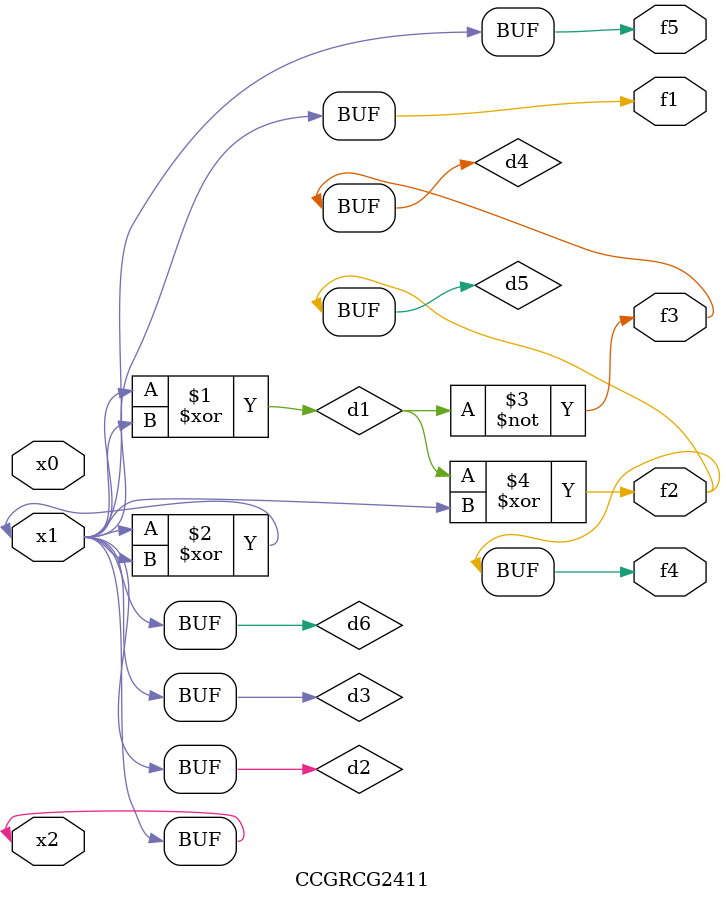
<source format=v>
module CCGRCG2411(
	input x0, x1, x2,
	output f1, f2, f3, f4, f5
);

	wire d1, d2, d3, d4, d5, d6;

	xor (d1, x1, x2);
	buf (d2, x1, x2);
	xor (d3, x1, x2);
	nor (d4, d1);
	xor (d5, d1, d2);
	buf (d6, d2, d3);
	assign f1 = d6;
	assign f2 = d5;
	assign f3 = d4;
	assign f4 = d5;
	assign f5 = d6;
endmodule

</source>
